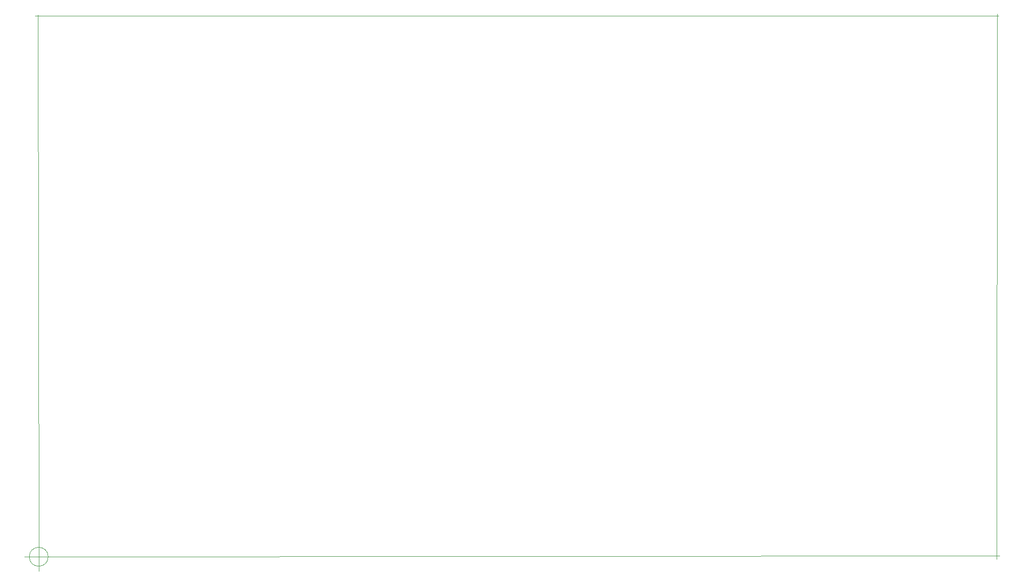
<source format=gbr>
%TF.GenerationSoftware,KiCad,Pcbnew,(5.1.9)-1*%
%TF.CreationDate,2021-04-08T21:07:20+02:00*%
%TF.ProjectId,Ardumower,41726475-6d6f-4776-9572-2e6b69636164,rev?*%
%TF.SameCoordinates,Original*%
%TF.FileFunction,Profile,NP*%
%FSLAX46Y46*%
G04 Gerber Fmt 4.6, Leading zero omitted, Abs format (unit mm)*
G04 Created by KiCad (PCBNEW (5.1.9)-1) date 2021-04-08 21:07:20*
%MOMM*%
%LPD*%
G01*
G04 APERTURE LIST*
%TA.AperFunction,Profile*%
%ADD10C,0.050000*%
%TD*%
G04 APERTURE END LIST*
D10*
X40896666Y-131010000D02*
G75*
G03*
X40896666Y-131010000I-1666666J0D01*
G01*
X36730000Y-131010000D02*
X41730000Y-131010000D01*
X39230000Y-128510000D02*
X39230000Y-133510000D01*
X208610000Y-35530000D02*
X38620000Y-35530000D01*
X208290000Y-131450000D02*
X208320000Y-35180000D01*
X38930000Y-131010000D02*
X208790000Y-130850000D01*
X39080000Y-35310000D02*
X39240000Y-131380000D01*
M02*

</source>
